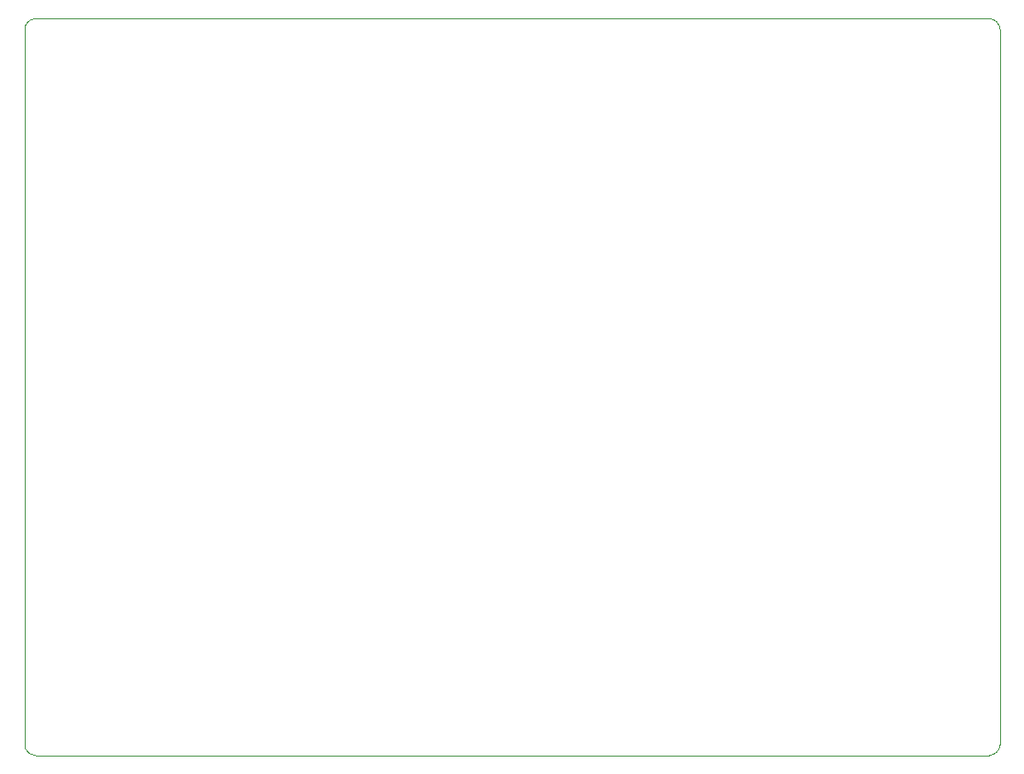
<source format=gbr>
%TF.GenerationSoftware,KiCad,Pcbnew,9.0.2*%
%TF.CreationDate,2025-05-26T15:10:03-05:00*%
%TF.ProjectId,CommandPad,436f6d6d-616e-4645-9061-642e6b696361,1.0*%
%TF.SameCoordinates,Original*%
%TF.FileFunction,Profile,NP*%
%FSLAX46Y46*%
G04 Gerber Fmt 4.6, Leading zero omitted, Abs format (unit mm)*
G04 Created by KiCad (PCBNEW 9.0.2) date 2025-05-26 15:10:03*
%MOMM*%
%LPD*%
G01*
G04 APERTURE LIST*
%TA.AperFunction,Profile*%
%ADD10C,0.050000*%
%TD*%
G04 APERTURE END LIST*
D10*
X143007107Y-72000000D02*
X231000000Y-72000000D01*
X231000000Y-72000000D02*
G75*
G02*
X232000000Y-73000000I0J-1000000D01*
G01*
X143007107Y-140000000D02*
G75*
G02*
X142007100Y-139000000I-7J1000000D01*
G01*
X231000000Y-140000000D02*
X143007100Y-140000000D01*
X142007107Y-139000000D02*
X142007107Y-73000000D01*
X232000000Y-73000000D02*
X232000000Y-139000000D01*
X232000000Y-139000000D02*
G75*
G02*
X231000000Y-140000000I-1000000J0D01*
G01*
X142007107Y-73000000D02*
G75*
G02*
X143007107Y-72000007I999993J0D01*
G01*
M02*

</source>
